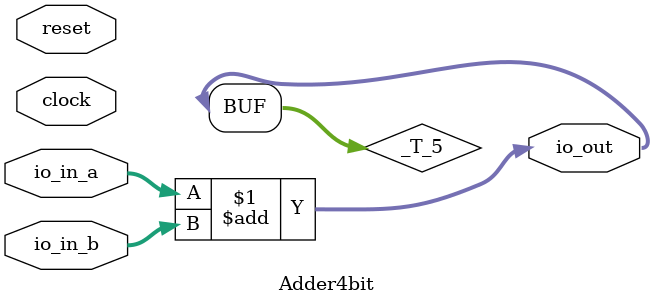
<source format=v>
`ifdef RANDOMIZE_GARBAGE_ASSIGN
`define RANDOMIZE
`endif
`ifdef RANDOMIZE_INVALID_ASSIGN
`define RANDOMIZE
`endif
`ifdef RANDOMIZE_REG_INIT
`define RANDOMIZE
`endif
`ifdef RANDOMIZE_MEM_INIT
`define RANDOMIZE
`endif

module Adder4bit(
  input        clock,
  input        reset,
  input  [3:0] io_in_a,
  input  [3:0] io_in_b,
  output [4:0] io_out
);
  wire [4:0] _T_5;
  assign _T_5 = io_in_a + io_in_b;
  assign io_out = _T_5;
endmodule

</source>
